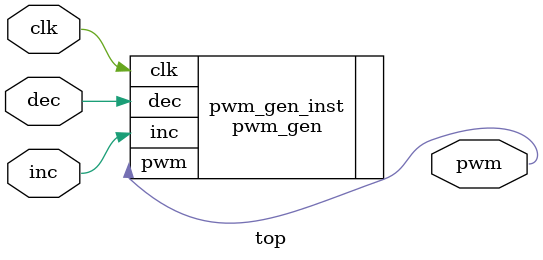
<source format=sv>
module top (
  input wire clk,
  input wire inc,
  input wire dec,
  output reg pwm
);

// module instantiation
pwm_gen pwm_gen_inst (
  .clk(clk),
  .inc(inc),
  .dec(dec),
  .pwm(pwm)
);

endmodule

</source>
